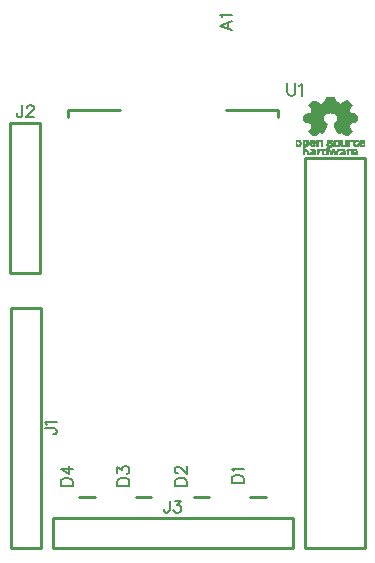
<source format=gbr>
G04 DipTrace 3.0.0.1*
G04 TopSilk.gbr*
%MOIN*%
G04 #@! TF.FileFunction,Legend,Top*
G04 #@! TF.Part,Single*
%ADD10C,0.01*%
%ADD12C,0.002992*%
%ADD57C,0.006176*%
%FSLAX26Y26*%
G04*
G70*
G90*
G75*
G01*
G04 TopSilk*
%LPD*%
X1257461Y597265D2*
D10*
X1206319D1*
X1068508Y597320D2*
X1017366D1*
X876358Y597265D2*
X825217D1*
X687382D2*
X636240D1*
X507349Y1225722D2*
Y425722D1*
X407349Y1225722D2*
X507349D1*
X407349D2*
Y425722D1*
X507349D1*
X506764Y1843496D2*
X406764D1*
X506764Y1343496D2*
Y1843496D1*
X406764Y1343496D2*
Y1843496D1*
X506764Y1343496D2*
X406764D1*
X1347449Y425607D2*
X547449D1*
X1347449Y525607D2*
Y425607D1*
Y525607D2*
X547449D1*
Y425607D1*
X770992Y1885674D2*
X597028D1*
Y1861737D1*
X1125000Y1885674D2*
X1296988D1*
Y1861737D1*
X1387126Y425701D2*
X1587126D1*
X1387126Y1725701D2*
X1587126D1*
Y425701D1*
X1387126Y1725701D2*
Y425701D1*
X1458815Y1928111D2*
D12*
X1485743D1*
X1457780Y1925119D2*
X1486777D1*
X1456750Y1922127D2*
X1487808D1*
X1416927Y1919135D2*
D3*
X1455457D2*
X1489101D1*
X1527631D2*
D3*
X1412912Y1916143D2*
X1422911D1*
X1453624D2*
X1490933D1*
X1521647D2*
X1530623D1*
X1409029Y1913151D2*
X1428895D1*
X1449085D2*
X1495472D1*
X1515663D2*
X1534996D1*
X1405468Y1910159D2*
X1434879D1*
X1443855D2*
X1500703D1*
X1509679D2*
X1538850D1*
X1402167Y1907167D2*
X1542300D1*
X1398975Y1904175D2*
X1545583D1*
X1400944Y1901183D2*
X1543614D1*
X1403034Y1898191D2*
X1541524D1*
X1405342Y1895199D2*
X1539216D1*
X1407531Y1892207D2*
X1537027D1*
X1409390Y1889215D2*
X1535168D1*
X1409972Y1886223D2*
X1534586D1*
X1409282Y1883231D2*
X1535275D1*
X1408117Y1880239D2*
X1536441D1*
X1403726Y1877247D2*
X1465987D1*
X1478571D2*
X1540831D1*
X1397200Y1874255D2*
X1459600D1*
X1484958D2*
X1547358D1*
X1390447Y1871263D2*
X1454997D1*
X1489561D2*
X1554111D1*
X1384897Y1868271D2*
X1451867D1*
X1492691D2*
X1559661D1*
X1382533Y1865279D2*
X1449731D1*
X1494826D2*
X1562024D1*
X1381719Y1862287D2*
X1448111D1*
X1496447D2*
X1562839D1*
X1381328Y1859295D2*
X1447935D1*
X1496622D2*
X1563229D1*
X1381177Y1856303D2*
X1448442D1*
X1496116D2*
X1563381D1*
X1382047Y1853311D2*
X1449567D1*
X1494991D2*
X1562510D1*
X1386391Y1850319D2*
X1451334D1*
X1493223D2*
X1558167D1*
X1392744Y1847327D2*
X1453834D1*
X1490723D2*
X1551813D1*
X1399243Y1844335D2*
X1456663D1*
X1487895D2*
X1545314D1*
X1404085Y1841343D2*
X1459329D1*
X1485229D2*
X1540472D1*
X1407694Y1838351D2*
X1460442D1*
X1484115D2*
X1536863D1*
X1409455Y1835359D2*
X1460041D1*
X1484516D2*
X1535102D1*
X1409965Y1832367D2*
X1459130D1*
X1485428D2*
X1534593D1*
X1408904Y1829375D2*
X1457900D1*
X1486658D2*
X1535654D1*
X1407142Y1826383D2*
X1456508D1*
X1488050D2*
X1537415D1*
X1405079Y1823391D2*
X1455054D1*
X1489503D2*
X1539479D1*
X1403063Y1820399D2*
X1453570D1*
X1490987D2*
X1541494D1*
X1401057Y1817407D2*
X1452072D1*
X1492485D2*
X1543500D1*
X1398975Y1814415D2*
X1450498D1*
X1494060D2*
X1545583D1*
X1402431Y1811423D2*
X1448753D1*
X1495805D2*
X1542126D1*
X1406190Y1808431D2*
X1431337D1*
X1440863D2*
X1446847D1*
X1497711D2*
X1503695D1*
X1513221D2*
X1538367D1*
X1410081Y1805439D2*
X1427295D1*
X1517263D2*
X1534477D1*
X1413935Y1802447D2*
X1422911D1*
X1521647D2*
X1530623D1*
X1360079Y1784495D2*
X1372047D1*
X1381023D2*
X1398975D1*
X1404959D2*
X1419919D1*
X1425903D2*
X1443855D1*
X1461807D2*
X1479759D1*
X1485743D2*
X1500703D1*
X1506687D2*
X1512671D1*
X1521647D2*
X1527631D1*
X1533615D2*
X1566527D1*
X1572511D2*
X1584479D1*
X1360079Y1781503D2*
X1373428D1*
X1381023D2*
X1398975D1*
X1404959D2*
X1445236D1*
X1461795D2*
X1512671D1*
X1521647D2*
X1527631D1*
X1533615D2*
X1584479D1*
X1360079Y1778511D2*
D3*
X1369055D2*
X1374276D1*
X1381023D2*
X1384565D1*
X1392991D2*
X1431887D1*
X1440863D2*
X1446095D1*
X1461681D2*
X1476767D1*
X1482751D2*
X1488735D1*
X1497711D2*
X1512671D1*
X1521647D2*
X1527631D1*
X1533615D2*
X1536607D1*
X1548587D2*
X1554559D1*
X1568747D2*
X1584479D1*
X1360079Y1775519D2*
D3*
X1372047D2*
X1374596D1*
X1381023D2*
X1385615D1*
X1392991D2*
X1431887D1*
X1440863D2*
X1446530D1*
X1461219D2*
X1488735D1*
X1497711D2*
X1512671D1*
X1521647D2*
X1527631D1*
X1533615D2*
X1536607D1*
X1548700D2*
X1551567D1*
X1566401D2*
X1584479D1*
X1360079Y1772527D2*
X1363071D1*
X1369055D2*
X1374327D1*
X1381023D2*
X1387007D1*
X1392991D2*
X1407951D1*
X1416927D2*
X1419919D1*
X1425903D2*
X1431887D1*
X1440863D2*
X1446723D1*
X1460196D2*
X1464799D1*
X1473775D2*
X1488735D1*
X1497711D2*
X1512671D1*
X1521647D2*
X1527631D1*
X1533615D2*
X1536607D1*
X1549163D2*
X1554559D1*
X1563535D2*
X1575503D1*
X1584479D2*
D3*
X1360079Y1769535D2*
X1373385D1*
X1381023D2*
X1397713D1*
X1404959D2*
X1431887D1*
X1440863D2*
X1446804D1*
X1458815D2*
X1500703D1*
X1506687D2*
X1527631D1*
X1533615D2*
X1536607D1*
X1550186D2*
X1584479D1*
X1360079Y1766543D2*
X1372047D1*
X1381023D2*
X1392994D1*
X1407951D2*
X1419919D1*
X1425903D2*
X1431887D1*
X1440863D2*
X1446847D1*
X1461807D2*
X1479063D1*
X1485743D2*
X1500703D1*
X1509679D2*
X1527631D1*
X1533615D2*
X1536607D1*
X1551567D2*
X1566527D1*
X1572511D2*
X1584479D1*
X1381023Y1763551D2*
X1388860D1*
X1460426D2*
X1471556D1*
X1381023Y1760559D2*
X1386073D1*
X1459563D2*
X1465547D1*
X1381023Y1757567D2*
X1384015D1*
X1459106D2*
X1467713D1*
X1381023Y1754575D2*
X1390563D1*
X1404959D2*
X1419919D1*
X1428895D2*
X1470060D1*
X1479759D2*
X1485743D1*
X1494719D2*
X1518655D1*
X1527631D2*
X1557551D1*
X1381023Y1751583D2*
X1395658D1*
X1410569D2*
X1421300D1*
X1428895D2*
X1472071D1*
X1479759D2*
X1485743D1*
X1494719D2*
X1519678D1*
X1527631D2*
X1559943D1*
X1381023Y1748591D2*
X1387594D1*
X1392404D2*
X1397540D1*
X1416927D2*
X1422159D1*
X1428895D2*
X1435466D1*
X1443855D2*
X1449839D1*
X1458815D2*
X1473775D1*
X1479759D2*
X1497246D1*
X1517547D2*
X1520568D1*
X1527631D2*
X1530623D1*
X1542591D2*
X1548575D1*
X1557551D2*
X1561931D1*
X1381023Y1745599D2*
X1385834D1*
X1394164D2*
X1398975D1*
X1404959D2*
X1422595D1*
X1428895D2*
X1433706D1*
X1443855D2*
X1449839D1*
X1458815D2*
X1464799D1*
X1470783D2*
X1496479D1*
X1509739D2*
X1521138D1*
X1527631D2*
X1530623D1*
X1542591D2*
X1562512D1*
X1381023Y1742607D2*
X1384763D1*
X1395234D2*
X1422795D1*
X1428895D2*
X1432635D1*
X1443855D2*
X1449839D1*
X1458815D2*
X1464799D1*
X1470783D2*
X1479759D1*
X1485743D2*
X1495581D1*
X1504559D2*
X1521447D1*
X1527631D2*
X1530623D1*
X1542591D2*
X1561706D1*
X1381023Y1739615D2*
X1384015D1*
X1395983D2*
X1422911D1*
X1428895D2*
X1431887D1*
X1443855D2*
X1464799D1*
X1470783D2*
X1479759D1*
X1485743D2*
X1494719D1*
X1500703D2*
X1521647D1*
X1527631D2*
X1530623D1*
X1542591D2*
X1560543D1*
X1458815Y1928111D2*
X1457780Y1925119D1*
X1456750Y1922127D1*
X1455457Y1919135D1*
X1453624Y1916143D1*
X1449085Y1913151D1*
X1443855Y1910159D1*
X1485743Y1928111D2*
X1486777Y1925119D1*
X1487808Y1922127D1*
X1489101Y1919135D1*
X1490933Y1916143D1*
X1495472Y1913151D1*
X1500703Y1910159D1*
X1416927Y1919135D2*
X1412912Y1916143D1*
X1409029Y1913151D1*
X1405468Y1910159D1*
X1402167Y1907167D1*
X1398975Y1904175D1*
X1400944Y1901183D1*
X1403034Y1898191D1*
X1405342Y1895199D1*
X1407531Y1892207D1*
X1409390Y1889215D1*
X1409972Y1886223D1*
X1409282Y1883231D1*
X1408117Y1880239D1*
X1403726Y1877247D1*
X1397200Y1874255D1*
X1390447Y1871263D1*
X1384897Y1868271D1*
X1382533Y1865279D1*
X1381719Y1862287D1*
X1381328Y1859295D1*
X1381177Y1856303D1*
X1382047Y1853311D1*
X1386391Y1850319D1*
X1392744Y1847327D1*
X1399243Y1844335D1*
X1404085Y1841343D1*
X1407694Y1838351D1*
X1409455Y1835359D1*
X1409965Y1832367D1*
X1408904Y1829375D1*
X1407142Y1826383D1*
X1405079Y1823391D1*
X1403063Y1820399D1*
X1401057Y1817407D1*
X1398975Y1814415D1*
X1402431Y1811423D1*
X1406190Y1808431D1*
X1410081Y1805439D1*
X1413935Y1802447D1*
X1527631Y1919135D2*
X1521647Y1916143D1*
X1515663Y1913151D1*
X1509679Y1910159D1*
X1422911Y1916143D2*
X1428895Y1913151D1*
X1434879Y1910159D1*
X1530623Y1916143D2*
X1534996Y1913151D1*
X1538850Y1910159D1*
X1542300Y1907167D1*
X1545583Y1904175D1*
X1543614Y1901183D1*
X1541524Y1898191D1*
X1539216Y1895199D1*
X1537027Y1892207D1*
X1535168Y1889215D1*
X1534586Y1886223D1*
X1535275Y1883231D1*
X1536441Y1880239D1*
X1540831Y1877247D1*
X1547358Y1874255D1*
X1554111Y1871263D1*
X1559661Y1868271D1*
X1562024Y1865279D1*
X1562839Y1862287D1*
X1563229Y1859295D1*
X1563381Y1856303D1*
X1562510Y1853311D1*
X1558167Y1850319D1*
X1551813Y1847327D1*
X1545314Y1844335D1*
X1540472Y1841343D1*
X1536863Y1838351D1*
X1535102Y1835359D1*
X1534593Y1832367D1*
X1535654Y1829375D1*
X1537415Y1826383D1*
X1539479Y1823391D1*
X1541494Y1820399D1*
X1543500Y1817407D1*
X1545583Y1814415D1*
X1542126Y1811423D1*
X1538367Y1808431D1*
X1534477Y1805439D1*
X1530623Y1802447D1*
X1473775Y1880239D2*
X1465987Y1877247D1*
X1459600Y1874255D1*
X1454997Y1871263D1*
X1451867Y1868271D1*
X1449731Y1865279D1*
X1448111Y1862287D1*
X1447935Y1859295D1*
X1448442Y1856303D1*
X1449567Y1853311D1*
X1451334Y1850319D1*
X1453834Y1847327D1*
X1456663Y1844335D1*
X1459329Y1841343D1*
X1460442Y1838351D1*
X1460041Y1835359D1*
X1459130Y1832367D1*
X1457900Y1829375D1*
X1456508Y1826383D1*
X1455054Y1823391D1*
X1453570Y1820399D1*
X1452072Y1817407D1*
X1450498Y1814415D1*
X1448753Y1811423D1*
X1446847Y1808431D1*
X1470783Y1880239D2*
X1478571Y1877247D1*
X1484958Y1874255D1*
X1489561Y1871263D1*
X1492691Y1868271D1*
X1494826Y1865279D1*
X1496447Y1862287D1*
X1496622Y1859295D1*
X1496116Y1856303D1*
X1494991Y1853311D1*
X1493223Y1850319D1*
X1490723Y1847327D1*
X1487895Y1844335D1*
X1485229Y1841343D1*
X1484115Y1838351D1*
X1484516Y1835359D1*
X1485428Y1832367D1*
X1486658Y1829375D1*
X1488050Y1826383D1*
X1489503Y1823391D1*
X1490987Y1820399D1*
X1492485Y1817407D1*
X1494060Y1814415D1*
X1495805Y1811423D1*
X1497711Y1808431D1*
X1434879Y1811423D2*
X1431337Y1808431D1*
X1427295Y1805439D1*
X1422911Y1802447D1*
X1437871Y1811423D2*
X1440863Y1808431D1*
X1506687Y1811423D2*
X1503695Y1808431D1*
X1509679Y1811423D2*
X1513221Y1808431D1*
X1517263Y1805439D1*
X1521647Y1802447D1*
X1360079Y1784495D2*
Y1781503D1*
Y1778511D1*
Y1775519D1*
Y1772527D1*
Y1769535D1*
Y1766543D1*
X1372047Y1784495D2*
X1373428Y1781503D1*
X1374276Y1778511D1*
X1374596Y1775519D1*
X1374327Y1772527D1*
X1373385Y1769535D1*
X1372047Y1766543D1*
X1381023Y1784495D2*
Y1781503D1*
Y1778511D1*
Y1775519D1*
Y1772527D1*
Y1769535D1*
Y1766543D1*
Y1763551D1*
Y1760559D1*
Y1757567D1*
Y1754575D1*
Y1751583D1*
Y1748591D1*
Y1745599D1*
Y1742607D1*
Y1739615D1*
X1398975Y1784495D2*
Y1781503D1*
X1404959Y1784495D2*
Y1781503D1*
X1419919Y1784495D2*
X1425903D2*
X1443855D2*
X1445236Y1781503D1*
X1446095Y1778511D1*
X1446530Y1775519D1*
X1446723Y1772527D1*
X1446804Y1769535D1*
X1446847Y1766543D1*
X1461807Y1784495D2*
X1461795Y1781503D1*
X1461681Y1778511D1*
X1461219Y1775519D1*
X1460196Y1772527D1*
X1458815Y1769535D1*
X1461807Y1766543D1*
X1460426Y1763551D1*
X1459563Y1760559D1*
X1459106Y1757567D1*
X1458815Y1754575D1*
X1428895D1*
Y1751583D1*
Y1748591D1*
Y1745599D1*
Y1742607D1*
Y1739615D1*
X1479759Y1784495D2*
X1485743D2*
X1500703D2*
X1506687D2*
X1512671D2*
Y1781503D1*
Y1778511D1*
Y1775519D1*
Y1772527D1*
X1521647Y1784495D2*
Y1781503D1*
Y1778511D1*
Y1775519D1*
Y1772527D1*
X1527631Y1784495D2*
Y1781503D1*
Y1778511D1*
Y1775519D1*
Y1772527D1*
Y1769535D1*
Y1766543D1*
X1533615Y1784495D2*
Y1781503D1*
Y1778511D1*
Y1775519D1*
Y1772527D1*
Y1769535D1*
Y1766543D1*
X1566527Y1784495D2*
X1572511D2*
X1584479D2*
Y1781503D1*
Y1778511D1*
Y1775519D1*
Y1772527D1*
Y1769535D1*
Y1766543D1*
X1366063Y1781503D2*
X1369055Y1778511D1*
X1372047Y1775519D1*
X1369055Y1772527D1*
X1384015Y1781503D2*
X1384565Y1778511D1*
X1385615Y1775519D1*
X1387007Y1772527D1*
X1392991Y1781503D2*
Y1778511D1*
Y1775519D1*
Y1772527D1*
X1431887Y1781503D2*
Y1778511D1*
Y1775519D1*
Y1772527D1*
Y1769535D1*
Y1766543D1*
X1440863Y1781503D2*
Y1778511D1*
Y1775519D1*
Y1772527D1*
Y1769535D1*
Y1766543D1*
X1479759Y1781503D2*
X1476767Y1778511D1*
X1479759Y1781503D2*
X1482751Y1778511D1*
X1488735Y1781503D2*
Y1778511D1*
Y1775519D1*
Y1772527D1*
X1497711Y1781503D2*
Y1778511D1*
Y1775519D1*
Y1772527D1*
X1536607Y1781503D2*
Y1778511D1*
Y1775519D1*
Y1772527D1*
Y1769535D1*
Y1766543D1*
X1548575Y1781503D2*
X1548587Y1778511D1*
X1548700Y1775519D1*
X1549163Y1772527D1*
X1550186Y1769535D1*
X1551567Y1766543D1*
X1557551Y1781503D2*
X1554559Y1778511D1*
X1551567Y1775519D1*
X1554559Y1772527D1*
X1569519Y1781503D2*
X1568747Y1778511D1*
X1566401Y1775519D1*
X1563535Y1772527D1*
X1363071D2*
X1410943Y1775519D2*
X1407951Y1772527D1*
X1413935Y1775519D2*
X1416927Y1772527D1*
X1422911Y1775519D2*
X1419919Y1772527D1*
X1422911Y1775519D2*
X1425903Y1772527D1*
X1467791Y1775519D2*
X1464799Y1772527D1*
X1470783Y1775519D2*
X1473775Y1772527D1*
X1578495Y1775519D2*
X1575503Y1772527D1*
X1401967D2*
X1397713Y1769535D1*
X1392994Y1766543D1*
X1388860Y1763551D1*
X1386073Y1760559D1*
X1384015Y1757567D1*
X1390563Y1754575D1*
X1395658Y1751583D1*
X1397540Y1748591D1*
X1398975Y1745599D1*
X1401967Y1772527D2*
X1404959Y1769535D1*
X1407951Y1766543D1*
X1500703Y1772527D2*
Y1769535D1*
Y1766543D1*
X1503695Y1772527D2*
X1506687Y1769535D1*
X1509679Y1766543D1*
X1422911Y1769535D2*
X1419919Y1766543D1*
X1422911Y1769535D2*
X1425903Y1766543D1*
X1488735Y1769535D2*
X1479063Y1766543D1*
X1471556Y1763551D1*
X1465547Y1760559D1*
X1467713Y1757567D1*
X1470060Y1754575D1*
X1472071Y1751583D1*
X1473775Y1748591D1*
X1482751Y1769535D2*
X1485743Y1766543D1*
X1569519Y1769535D2*
X1566527Y1766543D1*
X1569519Y1769535D2*
X1572511Y1766543D1*
X1404959Y1754575D2*
X1410569Y1751583D1*
X1416927Y1748591D1*
X1404959Y1745599D1*
X1419919Y1754575D2*
X1421300Y1751583D1*
X1422159Y1748591D1*
X1422595Y1745599D1*
X1422795Y1742607D1*
X1422911Y1739615D1*
X1479759Y1754575D2*
Y1751583D1*
Y1748591D1*
X1485743Y1754575D2*
Y1751583D1*
X1494719Y1754575D2*
Y1751583D1*
X1518655Y1754575D2*
X1519678Y1751583D1*
X1520568Y1748591D1*
X1521138Y1745599D1*
X1521447Y1742607D1*
X1521647Y1739615D1*
X1527631Y1754575D2*
Y1751583D1*
Y1748591D1*
Y1745599D1*
Y1742607D1*
Y1739615D1*
X1557551Y1754575D2*
X1559943Y1751583D1*
X1561931Y1748591D1*
X1562512Y1745599D1*
X1561706Y1742607D1*
X1560543Y1739615D1*
X1389999Y1751583D2*
X1387594Y1748591D1*
X1385834Y1745599D1*
X1384763Y1742607D1*
X1384015Y1739615D1*
X1389999Y1751583D2*
X1392404Y1748591D1*
X1394164Y1745599D1*
X1395234Y1742607D1*
X1395983Y1739615D1*
X1437871Y1751583D2*
X1435466Y1748591D1*
X1433706Y1745599D1*
X1432635Y1742607D1*
X1431887Y1739615D1*
X1443855Y1751583D2*
Y1748591D1*
Y1745599D1*
Y1742607D1*
Y1739615D1*
X1449839Y1751583D2*
Y1748591D1*
Y1745599D1*
Y1742607D1*
X1458815Y1751583D2*
Y1748591D1*
Y1745599D1*
Y1742607D1*
X1497711Y1751583D2*
X1497246Y1748591D1*
X1496479Y1745599D1*
X1495581Y1742607D1*
X1494719Y1739615D1*
X1527631Y1751583D2*
X1517547Y1748591D1*
X1509739Y1745599D1*
X1504559Y1742607D1*
X1500703Y1739615D1*
X1530623Y1751583D2*
Y1748591D1*
Y1745599D1*
Y1742607D1*
Y1739615D1*
X1542591Y1751583D2*
Y1748591D1*
Y1745599D1*
Y1742607D1*
Y1739615D1*
X1551567Y1751583D2*
X1548575Y1748591D1*
X1554559Y1751583D2*
X1557551Y1748591D1*
X1464799D2*
Y1745599D1*
Y1742607D1*
Y1739615D1*
X1470783Y1748591D2*
Y1745599D1*
Y1742607D1*
Y1739615D1*
X1479759Y1745599D2*
Y1742607D1*
Y1739615D1*
X1485743Y1745599D2*
Y1742607D1*
Y1739615D1*
X1145528Y2182018D2*
D57*
X1105336Y2166676D1*
X1145528Y2151377D1*
X1132131Y2157125D2*
Y2176270D1*
X1113030Y2194370D2*
X1111084Y2198217D1*
X1105380Y2203965D1*
X1145528D1*
X1143784Y641782D2*
X1183976D1*
Y655179D1*
X1182031Y660927D1*
X1178228Y664774D1*
X1174381Y666675D1*
X1168677Y668577D1*
X1159083D1*
X1153335Y666676D1*
X1149532Y664774D1*
X1145685Y660927D1*
X1143784Y655179D1*
Y641782D1*
X1151478Y680928D2*
X1149532Y684775D1*
X1143828Y690523D1*
X1183976D1*
X954831Y633237D2*
X995023D1*
Y646635D1*
X993078Y652383D1*
X989275Y656229D1*
X985428Y658131D1*
X979725Y660032D1*
X970130D1*
X964382Y658131D1*
X960579Y656229D1*
X956733Y652383D1*
X954831Y646635D1*
Y633237D1*
X964426Y674329D2*
X962525D1*
X958678Y676230D1*
X956777Y678131D1*
X954875Y681978D1*
Y689627D1*
X956777Y693430D1*
X958678Y695331D1*
X962525Y697277D1*
X966327D1*
X970174Y695331D1*
X975878Y691529D1*
X995023Y672383D1*
Y699178D1*
X762682Y633182D2*
X802874D1*
Y646579D1*
X800928Y652328D1*
X797126Y656174D1*
X793279Y658076D1*
X787575Y659977D1*
X777980D1*
X772232Y658076D1*
X768430Y656174D1*
X764583Y652328D1*
X762682Y646580D1*
Y633182D1*
X762726Y676175D2*
Y697177D1*
X778024Y685726D1*
Y691474D1*
X779926Y695276D1*
X781827Y697177D1*
X787575Y699123D1*
X791378D1*
X797126Y697177D1*
X800972Y693375D1*
X802874Y687627D1*
Y681879D1*
X800972Y676175D1*
X799027Y674274D1*
X795224Y672328D1*
X573705Y632232D2*
X613897D1*
Y645629D1*
X611952Y651377D1*
X608149Y655224D1*
X604302Y657125D1*
X598599Y659026D1*
X589004D1*
X583256Y657125D1*
X579453Y655224D1*
X575607Y651377D1*
X573705Y645629D1*
Y632232D1*
X613897Y690523D2*
X573749D1*
X600500Y671378D1*
Y700073D1*
X520916Y824322D2*
X551514D1*
X557262Y822420D1*
X559163Y820475D1*
X561108Y816672D1*
Y812826D1*
X559163Y809023D1*
X557262Y807122D1*
X551513Y805176D1*
X547711D1*
X528610Y836673D2*
X526664Y840520D1*
X520961Y846268D1*
X561108D1*
X446764Y1902075D2*
Y1871478D1*
X444862Y1865729D1*
X442917Y1863828D1*
X439114Y1861883D1*
X435268D1*
X431465Y1863828D1*
X429564Y1865729D1*
X427618Y1871478D1*
Y1875280D1*
X461061Y1892480D2*
Y1894381D1*
X462962Y1898228D1*
X464863Y1900129D1*
X468710Y1902031D1*
X476359D1*
X480162Y1900129D1*
X482063Y1898228D1*
X484008Y1894381D1*
Y1890579D1*
X482063Y1886732D1*
X478260Y1881028D1*
X459115Y1861883D1*
X485910D1*
X937449Y584185D2*
Y553588D1*
X935547Y547840D1*
X933602Y545938D1*
X929799Y543993D1*
X925953D1*
X922150Y545938D1*
X920249Y547840D1*
X918303Y553588D1*
Y557390D1*
X953647Y584141D2*
X974649D1*
X963197Y568842D1*
X968945D1*
X972748Y566941D1*
X974649Y565040D1*
X976595Y559292D1*
Y555489D1*
X974649Y549741D1*
X970847Y545894D1*
X965099Y543993D1*
X959351D1*
X953647Y545894D1*
X951746Y547840D1*
X949800Y551642D1*
X1330096Y1974279D2*
Y1945584D1*
X1331997Y1939835D1*
X1335844Y1936033D1*
X1341592Y1934087D1*
X1345395D1*
X1351143Y1936033D1*
X1354989Y1939835D1*
X1356891Y1945584D1*
Y1974279D1*
X1369242Y1966586D2*
X1373089Y1968531D1*
X1378837Y1974235D1*
Y1934087D1*
M02*

</source>
